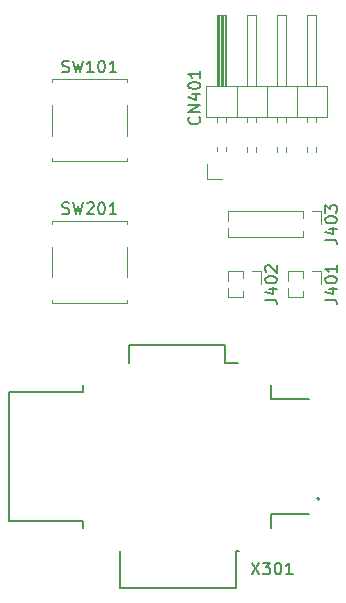
<source format=gbr>
%TF.GenerationSoftware,KiCad,Pcbnew,5.1.8-db9833491~87~ubuntu20.04.1*%
%TF.CreationDate,2020-11-15T18:33:08-08:00*%
%TF.ProjectId,inflow-controller-v0,696e666c-6f77-42d6-936f-6e74726f6c6c,rev?*%
%TF.SameCoordinates,Original*%
%TF.FileFunction,Legend,Top*%
%TF.FilePolarity,Positive*%
%FSLAX46Y46*%
G04 Gerber Fmt 4.6, Leading zero omitted, Abs format (unit mm)*
G04 Created by KiCad (PCBNEW 5.1.8-db9833491~87~ubuntu20.04.1) date 2020-11-15 18:33:08*
%MOMM*%
%LPD*%
G01*
G04 APERTURE LIST*
%ADD10C,0.200000*%
%ADD11C,0.127000*%
%ADD12C,0.120000*%
%ADD13C,0.150000*%
G04 APERTURE END LIST*
D10*
%TO.C,X301*%
X122000000Y-128550000D02*
G75*
G03*
X122000000Y-128550000I-100000J0D01*
G01*
D11*
X105100000Y-136100000D02*
X105100000Y-132950000D01*
X114900000Y-136100000D02*
X105100000Y-136100000D01*
X114900000Y-132950000D02*
X114900000Y-136100000D01*
X115170000Y-132950000D02*
X114900000Y-132950000D01*
X117900000Y-129850000D02*
X117900000Y-131070000D01*
X121100000Y-129850000D02*
X117900000Y-129850000D01*
X117900000Y-120150000D02*
X121100000Y-120150000D01*
X117900000Y-118920000D02*
X117900000Y-120150000D01*
X114000000Y-117050000D02*
X115120000Y-117050000D01*
X114000000Y-115500000D02*
X114000000Y-117050000D01*
X105900000Y-115500000D02*
X114000000Y-115500000D01*
X105900000Y-117050000D02*
X105900000Y-115500000D01*
X102000000Y-119550000D02*
X102000000Y-118920000D01*
X95700000Y-119550000D02*
X102000000Y-119550000D01*
X95700000Y-130450000D02*
X95700000Y-119550000D01*
X102000000Y-130450000D02*
X95700000Y-130450000D01*
X102000000Y-131070000D02*
X102000000Y-130450000D01*
D12*
%TO.C,SW201*%
X99350000Y-105300000D02*
X99350000Y-105050000D01*
X99350000Y-105050000D02*
X105650000Y-105050000D01*
X105650000Y-105050000D02*
X105650000Y-105300000D01*
X99350000Y-109800000D02*
X99350000Y-107200000D01*
X105650000Y-111700000D02*
X105650000Y-111950000D01*
X105650000Y-111950000D02*
X99350000Y-111950000D01*
X99350000Y-111950000D02*
X99350000Y-111700000D01*
X105650000Y-107200000D02*
X105650000Y-109800000D01*
%TO.C,SW101*%
X99350000Y-93300000D02*
X99350000Y-93050000D01*
X99350000Y-93050000D02*
X105650000Y-93050000D01*
X105650000Y-93050000D02*
X105650000Y-93300000D01*
X99350000Y-97800000D02*
X99350000Y-95200000D01*
X105650000Y-99700000D02*
X105650000Y-99950000D01*
X105650000Y-99950000D02*
X99350000Y-99950000D01*
X99350000Y-99950000D02*
X99350000Y-99700000D01*
X105650000Y-95200000D02*
X105650000Y-97800000D01*
%TO.C,J403*%
X114275000Y-104210000D02*
X114275000Y-105012470D01*
X114275000Y-105627530D02*
X114275000Y-106430000D01*
X120560000Y-104210000D02*
X114275000Y-104210000D01*
X120560000Y-106430000D02*
X114275000Y-106430000D01*
X120560000Y-104210000D02*
X120560000Y-104756529D01*
X120560000Y-105883471D02*
X120560000Y-106430000D01*
X121320000Y-104210000D02*
X122080000Y-104210000D01*
X122080000Y-104210000D02*
X122080000Y-105320000D01*
%TO.C,J402*%
X114275000Y-109290000D02*
X114275000Y-110092470D01*
X114275000Y-110707530D02*
X114275000Y-111510000D01*
X115480000Y-109290000D02*
X114275000Y-109290000D01*
X115480000Y-111510000D02*
X114275000Y-111510000D01*
X115480000Y-109290000D02*
X115480000Y-109836529D01*
X115480000Y-110963471D02*
X115480000Y-111510000D01*
X116240000Y-109290000D02*
X117000000Y-109290000D01*
X117000000Y-109290000D02*
X117000000Y-110400000D01*
%TO.C,J401*%
X119355000Y-109290000D02*
X119355000Y-110092470D01*
X119355000Y-110707530D02*
X119355000Y-111510000D01*
X120560000Y-109290000D02*
X119355000Y-109290000D01*
X120560000Y-111510000D02*
X119355000Y-111510000D01*
X120560000Y-109290000D02*
X120560000Y-109836529D01*
X120560000Y-110963471D02*
X120560000Y-111510000D01*
X121320000Y-109290000D02*
X122080000Y-109290000D01*
X122080000Y-109290000D02*
X122080000Y-110400000D01*
%TO.C,CN401*%
X112370000Y-96260000D02*
X122650000Y-96260000D01*
X122650000Y-96260000D02*
X122650000Y-93600000D01*
X122650000Y-93600000D02*
X112370000Y-93600000D01*
X112370000Y-93600000D02*
X112370000Y-96260000D01*
X113320000Y-93600000D02*
X113320000Y-87600000D01*
X113320000Y-87600000D02*
X114080000Y-87600000D01*
X114080000Y-87600000D02*
X114080000Y-93600000D01*
X113380000Y-93600000D02*
X113380000Y-87600000D01*
X113500000Y-93600000D02*
X113500000Y-87600000D01*
X113620000Y-93600000D02*
X113620000Y-87600000D01*
X113740000Y-93600000D02*
X113740000Y-87600000D01*
X113860000Y-93600000D02*
X113860000Y-87600000D01*
X113980000Y-93600000D02*
X113980000Y-87600000D01*
X113320000Y-96657071D02*
X113320000Y-96260000D01*
X114080000Y-96657071D02*
X114080000Y-96260000D01*
X113320000Y-99130000D02*
X113320000Y-98742929D01*
X114080000Y-99130000D02*
X114080000Y-98742929D01*
X114970000Y-96260000D02*
X114970000Y-93600000D01*
X115860000Y-93600000D02*
X115860000Y-87600000D01*
X115860000Y-87600000D02*
X116620000Y-87600000D01*
X116620000Y-87600000D02*
X116620000Y-93600000D01*
X115860000Y-96657071D02*
X115860000Y-96260000D01*
X116620000Y-96657071D02*
X116620000Y-96260000D01*
X115860000Y-99197071D02*
X115860000Y-98742929D01*
X116620000Y-99197071D02*
X116620000Y-98742929D01*
X117510000Y-96260000D02*
X117510000Y-93600000D01*
X118400000Y-93600000D02*
X118400000Y-87600000D01*
X118400000Y-87600000D02*
X119160000Y-87600000D01*
X119160000Y-87600000D02*
X119160000Y-93600000D01*
X118400000Y-96657071D02*
X118400000Y-96260000D01*
X119160000Y-96657071D02*
X119160000Y-96260000D01*
X118400000Y-99197071D02*
X118400000Y-98742929D01*
X119160000Y-99197071D02*
X119160000Y-98742929D01*
X120050000Y-96260000D02*
X120050000Y-93600000D01*
X120940000Y-93600000D02*
X120940000Y-87600000D01*
X120940000Y-87600000D02*
X121700000Y-87600000D01*
X121700000Y-87600000D02*
X121700000Y-93600000D01*
X120940000Y-96657071D02*
X120940000Y-96260000D01*
X121700000Y-96657071D02*
X121700000Y-96260000D01*
X120940000Y-99197071D02*
X120940000Y-98742929D01*
X121700000Y-99197071D02*
X121700000Y-98742929D01*
X113700000Y-101510000D02*
X112430000Y-101510000D01*
X112430000Y-101510000D02*
X112430000Y-100240000D01*
%TO.C,X301*%
D13*
X116238095Y-133952380D02*
X116904761Y-134952380D01*
X116904761Y-133952380D02*
X116238095Y-134952380D01*
X117190476Y-133952380D02*
X117809523Y-133952380D01*
X117476190Y-134333333D01*
X117619047Y-134333333D01*
X117714285Y-134380952D01*
X117761904Y-134428571D01*
X117809523Y-134523809D01*
X117809523Y-134761904D01*
X117761904Y-134857142D01*
X117714285Y-134904761D01*
X117619047Y-134952380D01*
X117333333Y-134952380D01*
X117238095Y-134904761D01*
X117190476Y-134857142D01*
X118428571Y-133952380D02*
X118523809Y-133952380D01*
X118619047Y-134000000D01*
X118666666Y-134047619D01*
X118714285Y-134142857D01*
X118761904Y-134333333D01*
X118761904Y-134571428D01*
X118714285Y-134761904D01*
X118666666Y-134857142D01*
X118619047Y-134904761D01*
X118523809Y-134952380D01*
X118428571Y-134952380D01*
X118333333Y-134904761D01*
X118285714Y-134857142D01*
X118238095Y-134761904D01*
X118190476Y-134571428D01*
X118190476Y-134333333D01*
X118238095Y-134142857D01*
X118285714Y-134047619D01*
X118333333Y-134000000D01*
X118428571Y-133952380D01*
X119714285Y-134952380D02*
X119142857Y-134952380D01*
X119428571Y-134952380D02*
X119428571Y-133952380D01*
X119333333Y-134095238D01*
X119238095Y-134190476D01*
X119142857Y-134238095D01*
%TO.C,SW201*%
X100214285Y-104404761D02*
X100357142Y-104452380D01*
X100595238Y-104452380D01*
X100690476Y-104404761D01*
X100738095Y-104357142D01*
X100785714Y-104261904D01*
X100785714Y-104166666D01*
X100738095Y-104071428D01*
X100690476Y-104023809D01*
X100595238Y-103976190D01*
X100404761Y-103928571D01*
X100309523Y-103880952D01*
X100261904Y-103833333D01*
X100214285Y-103738095D01*
X100214285Y-103642857D01*
X100261904Y-103547619D01*
X100309523Y-103500000D01*
X100404761Y-103452380D01*
X100642857Y-103452380D01*
X100785714Y-103500000D01*
X101119047Y-103452380D02*
X101357142Y-104452380D01*
X101547619Y-103738095D01*
X101738095Y-104452380D01*
X101976190Y-103452380D01*
X102309523Y-103547619D02*
X102357142Y-103500000D01*
X102452380Y-103452380D01*
X102690476Y-103452380D01*
X102785714Y-103500000D01*
X102833333Y-103547619D01*
X102880952Y-103642857D01*
X102880952Y-103738095D01*
X102833333Y-103880952D01*
X102261904Y-104452380D01*
X102880952Y-104452380D01*
X103500000Y-103452380D02*
X103595238Y-103452380D01*
X103690476Y-103500000D01*
X103738095Y-103547619D01*
X103785714Y-103642857D01*
X103833333Y-103833333D01*
X103833333Y-104071428D01*
X103785714Y-104261904D01*
X103738095Y-104357142D01*
X103690476Y-104404761D01*
X103595238Y-104452380D01*
X103500000Y-104452380D01*
X103404761Y-104404761D01*
X103357142Y-104357142D01*
X103309523Y-104261904D01*
X103261904Y-104071428D01*
X103261904Y-103833333D01*
X103309523Y-103642857D01*
X103357142Y-103547619D01*
X103404761Y-103500000D01*
X103500000Y-103452380D01*
X104785714Y-104452380D02*
X104214285Y-104452380D01*
X104500000Y-104452380D02*
X104500000Y-103452380D01*
X104404761Y-103595238D01*
X104309523Y-103690476D01*
X104214285Y-103738095D01*
%TO.C,SW101*%
X100214285Y-92404761D02*
X100357142Y-92452380D01*
X100595238Y-92452380D01*
X100690476Y-92404761D01*
X100738095Y-92357142D01*
X100785714Y-92261904D01*
X100785714Y-92166666D01*
X100738095Y-92071428D01*
X100690476Y-92023809D01*
X100595238Y-91976190D01*
X100404761Y-91928571D01*
X100309523Y-91880952D01*
X100261904Y-91833333D01*
X100214285Y-91738095D01*
X100214285Y-91642857D01*
X100261904Y-91547619D01*
X100309523Y-91500000D01*
X100404761Y-91452380D01*
X100642857Y-91452380D01*
X100785714Y-91500000D01*
X101119047Y-91452380D02*
X101357142Y-92452380D01*
X101547619Y-91738095D01*
X101738095Y-92452380D01*
X101976190Y-91452380D01*
X102880952Y-92452380D02*
X102309523Y-92452380D01*
X102595238Y-92452380D02*
X102595238Y-91452380D01*
X102500000Y-91595238D01*
X102404761Y-91690476D01*
X102309523Y-91738095D01*
X103500000Y-91452380D02*
X103595238Y-91452380D01*
X103690476Y-91500000D01*
X103738095Y-91547619D01*
X103785714Y-91642857D01*
X103833333Y-91833333D01*
X103833333Y-92071428D01*
X103785714Y-92261904D01*
X103738095Y-92357142D01*
X103690476Y-92404761D01*
X103595238Y-92452380D01*
X103500000Y-92452380D01*
X103404761Y-92404761D01*
X103357142Y-92357142D01*
X103309523Y-92261904D01*
X103261904Y-92071428D01*
X103261904Y-91833333D01*
X103309523Y-91642857D01*
X103357142Y-91547619D01*
X103404761Y-91500000D01*
X103500000Y-91452380D01*
X104785714Y-92452380D02*
X104214285Y-92452380D01*
X104500000Y-92452380D02*
X104500000Y-91452380D01*
X104404761Y-91595238D01*
X104309523Y-91690476D01*
X104214285Y-91738095D01*
%TO.C,J403*%
X122467380Y-106605714D02*
X123181666Y-106605714D01*
X123324523Y-106653333D01*
X123419761Y-106748571D01*
X123467380Y-106891428D01*
X123467380Y-106986666D01*
X122800714Y-105700952D02*
X123467380Y-105700952D01*
X122419761Y-105939047D02*
X123134047Y-106177142D01*
X123134047Y-105558095D01*
X122467380Y-104986666D02*
X122467380Y-104891428D01*
X122515000Y-104796190D01*
X122562619Y-104748571D01*
X122657857Y-104700952D01*
X122848333Y-104653333D01*
X123086428Y-104653333D01*
X123276904Y-104700952D01*
X123372142Y-104748571D01*
X123419761Y-104796190D01*
X123467380Y-104891428D01*
X123467380Y-104986666D01*
X123419761Y-105081904D01*
X123372142Y-105129523D01*
X123276904Y-105177142D01*
X123086428Y-105224761D01*
X122848333Y-105224761D01*
X122657857Y-105177142D01*
X122562619Y-105129523D01*
X122515000Y-105081904D01*
X122467380Y-104986666D01*
X122467380Y-104320000D02*
X122467380Y-103700952D01*
X122848333Y-104034285D01*
X122848333Y-103891428D01*
X122895952Y-103796190D01*
X122943571Y-103748571D01*
X123038809Y-103700952D01*
X123276904Y-103700952D01*
X123372142Y-103748571D01*
X123419761Y-103796190D01*
X123467380Y-103891428D01*
X123467380Y-104177142D01*
X123419761Y-104272380D01*
X123372142Y-104320000D01*
%TO.C,J402*%
X117387380Y-111685714D02*
X118101666Y-111685714D01*
X118244523Y-111733333D01*
X118339761Y-111828571D01*
X118387380Y-111971428D01*
X118387380Y-112066666D01*
X117720714Y-110780952D02*
X118387380Y-110780952D01*
X117339761Y-111019047D02*
X118054047Y-111257142D01*
X118054047Y-110638095D01*
X117387380Y-110066666D02*
X117387380Y-109971428D01*
X117435000Y-109876190D01*
X117482619Y-109828571D01*
X117577857Y-109780952D01*
X117768333Y-109733333D01*
X118006428Y-109733333D01*
X118196904Y-109780952D01*
X118292142Y-109828571D01*
X118339761Y-109876190D01*
X118387380Y-109971428D01*
X118387380Y-110066666D01*
X118339761Y-110161904D01*
X118292142Y-110209523D01*
X118196904Y-110257142D01*
X118006428Y-110304761D01*
X117768333Y-110304761D01*
X117577857Y-110257142D01*
X117482619Y-110209523D01*
X117435000Y-110161904D01*
X117387380Y-110066666D01*
X117482619Y-109352380D02*
X117435000Y-109304761D01*
X117387380Y-109209523D01*
X117387380Y-108971428D01*
X117435000Y-108876190D01*
X117482619Y-108828571D01*
X117577857Y-108780952D01*
X117673095Y-108780952D01*
X117815952Y-108828571D01*
X118387380Y-109400000D01*
X118387380Y-108780952D01*
%TO.C,J401*%
X122467380Y-111685714D02*
X123181666Y-111685714D01*
X123324523Y-111733333D01*
X123419761Y-111828571D01*
X123467380Y-111971428D01*
X123467380Y-112066666D01*
X122800714Y-110780952D02*
X123467380Y-110780952D01*
X122419761Y-111019047D02*
X123134047Y-111257142D01*
X123134047Y-110638095D01*
X122467380Y-110066666D02*
X122467380Y-109971428D01*
X122515000Y-109876190D01*
X122562619Y-109828571D01*
X122657857Y-109780952D01*
X122848333Y-109733333D01*
X123086428Y-109733333D01*
X123276904Y-109780952D01*
X123372142Y-109828571D01*
X123419761Y-109876190D01*
X123467380Y-109971428D01*
X123467380Y-110066666D01*
X123419761Y-110161904D01*
X123372142Y-110209523D01*
X123276904Y-110257142D01*
X123086428Y-110304761D01*
X122848333Y-110304761D01*
X122657857Y-110257142D01*
X122562619Y-110209523D01*
X122515000Y-110161904D01*
X122467380Y-110066666D01*
X123467380Y-108780952D02*
X123467380Y-109352380D01*
X123467380Y-109066666D02*
X122467380Y-109066666D01*
X122610238Y-109161904D01*
X122705476Y-109257142D01*
X122753095Y-109352380D01*
%TO.C,CN401*%
X111787142Y-96227857D02*
X111834761Y-96275476D01*
X111882380Y-96418333D01*
X111882380Y-96513571D01*
X111834761Y-96656428D01*
X111739523Y-96751666D01*
X111644285Y-96799285D01*
X111453809Y-96846904D01*
X111310952Y-96846904D01*
X111120476Y-96799285D01*
X111025238Y-96751666D01*
X110930000Y-96656428D01*
X110882380Y-96513571D01*
X110882380Y-96418333D01*
X110930000Y-96275476D01*
X110977619Y-96227857D01*
X111882380Y-95799285D02*
X110882380Y-95799285D01*
X111882380Y-95227857D01*
X110882380Y-95227857D01*
X111215714Y-94323095D02*
X111882380Y-94323095D01*
X110834761Y-94561190D02*
X111549047Y-94799285D01*
X111549047Y-94180238D01*
X110882380Y-93608809D02*
X110882380Y-93513571D01*
X110930000Y-93418333D01*
X110977619Y-93370714D01*
X111072857Y-93323095D01*
X111263333Y-93275476D01*
X111501428Y-93275476D01*
X111691904Y-93323095D01*
X111787142Y-93370714D01*
X111834761Y-93418333D01*
X111882380Y-93513571D01*
X111882380Y-93608809D01*
X111834761Y-93704047D01*
X111787142Y-93751666D01*
X111691904Y-93799285D01*
X111501428Y-93846904D01*
X111263333Y-93846904D01*
X111072857Y-93799285D01*
X110977619Y-93751666D01*
X110930000Y-93704047D01*
X110882380Y-93608809D01*
X111882380Y-92323095D02*
X111882380Y-92894523D01*
X111882380Y-92608809D02*
X110882380Y-92608809D01*
X111025238Y-92704047D01*
X111120476Y-92799285D01*
X111168095Y-92894523D01*
%TD*%
M02*

</source>
